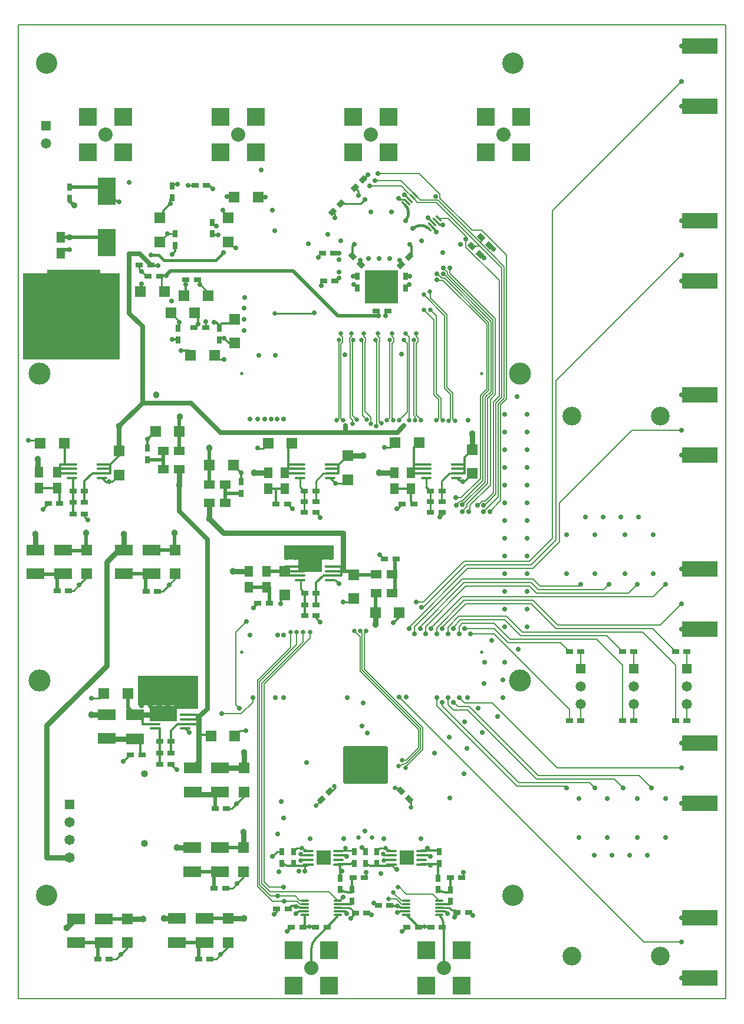
<source format=gbl>
G04 Layer_Physical_Order=4*
G04 Layer_Color=16711680*
%FSLAX25Y25*%
%MOIN*%
G70*
G01*
G75*
%ADD11C,0.01400*%
%ADD12C,0.01000*%
%ADD13C,0.01500*%
%ADD16C,0.00900*%
G04:AMPARAMS|DCode=17|XSize=40mil|YSize=30mil|CornerRadius=0mil|HoleSize=0mil|Usage=FLASHONLY|Rotation=225.000|XOffset=0mil|YOffset=0mil|HoleType=Round|Shape=Rectangle|*
%AMROTATEDRECTD17*
4,1,4,0.00354,0.02475,0.02475,0.00354,-0.00354,-0.02475,-0.02475,-0.00354,0.00354,0.02475,0.0*
%
%ADD17ROTATEDRECTD17*%

%ADD18R,0.06000X0.01500*%
%ADD19O,0.06000X0.01500*%
%ADD20R,0.03000X0.04000*%
%ADD21R,0.06000X0.05000*%
%ADD22R,0.06000X0.06000*%
G04:AMPARAMS|DCode=23|XSize=40mil|YSize=30mil|CornerRadius=0mil|HoleSize=0mil|Usage=FLASHONLY|Rotation=135.000|XOffset=0mil|YOffset=0mil|HoleType=Round|Shape=Rectangle|*
%AMROTATEDRECTD23*
4,1,4,0.02475,-0.00354,0.00354,-0.02475,-0.02475,0.00354,-0.00354,0.02475,0.02475,-0.00354,0.0*
%
%ADD23ROTATEDRECTD23*%

%ADD24R,0.04000X0.03000*%
%ADD26R,0.18504X0.18504*%
%ADD28R,0.06000X0.06000*%
%ADD29R,0.20000X0.09000*%
%ADD46R,0.30000X0.30000*%
%ADD48C,0.00800*%
%ADD49C,0.00600*%
%ADD50C,0.02000*%
%ADD51C,0.01200*%
%ADD53C,0.02800*%
%ADD54R,0.13500X0.07500*%
%ADD55R,0.28500X0.08000*%
%ADD57R,0.55000X0.49000*%
%ADD59C,0.12500*%
%ADD60C,0.02000*%
%ADD61R,0.10000X0.10000*%
%ADD62C,0.08000*%
%ADD63C,0.12000*%
%ADD64C,0.05800*%
%ADD65R,0.05800X0.05800*%
%ADD66C,0.10600*%
G04:AMPARAMS|DCode=67|XSize=212.99mil|YSize=253.94mil|CornerRadius=10.65mil|HoleSize=0mil|Usage=FLASHONLY|Rotation=90.000|XOffset=0mil|YOffset=0mil|HoleType=Round|Shape=RoundedRectangle|*
%AMROUNDEDRECTD67*
21,1,0.21299,0.23264,0,0,90.0*
21,1,0.19169,0.25394,0,0,90.0*
1,1,0.02130,0.11632,0.09585*
1,1,0.02130,0.11632,-0.09585*
1,1,0.02130,-0.11632,-0.09585*
1,1,0.02130,-0.11632,0.09585*
%
%ADD67ROUNDEDRECTD67*%
%ADD68C,0.04000*%
%ADD69C,0.02800*%
%ADD70C,0.02600*%
%ADD71C,0.03800*%
%ADD72C,0.03500*%
%ADD95C,0.01200*%
%ADD96C,0.00900*%
%ADD97R,0.10000X0.06000*%
%ADD98O,0.04724X0.01181*%
%ADD99R,0.04724X0.01181*%
%ADD100R,0.05000X0.06000*%
G04:AMPARAMS|DCode=101|XSize=47.24mil|YSize=11.81mil|CornerRadius=0mil|HoleSize=0mil|Usage=FLASHONLY|Rotation=315.000|XOffset=0mil|YOffset=0mil|HoleType=Round|Shape=Round|*
%AMOVALD101*
21,1,0.03543,0.01181,0.00000,0.00000,315.0*
1,1,0.01181,-0.01253,0.01253*
1,1,0.01181,0.01253,-0.01253*
%
%ADD101OVALD101*%

G04:AMPARAMS|DCode=102|XSize=47.24mil|YSize=11.81mil|CornerRadius=0mil|HoleSize=0mil|Usage=FLASHONLY|Rotation=315.000|XOffset=0mil|YOffset=0mil|HoleType=Round|Shape=Rectangle|*
%AMROTATEDRECTD102*
4,1,4,-0.02088,0.01253,-0.01253,0.02088,0.02088,-0.01253,0.01253,-0.02088,-0.02088,0.01253,0.0*
%
%ADD102ROTATEDRECTD102*%

%ADD103R,0.08100X0.08100*%
%ADD104R,0.10000X0.15400*%
%ADD105C,0.03000*%
%ADD106R,0.12000X0.19000*%
%ADD107R,0.22500X0.17000*%
%ADD108R,0.15500X0.08500*%
D11*
X162882Y75300D02*
G03*
X163838Y75696I-0J1352D01*
G01*
X162882Y75300D02*
G03*
X163838Y75696I-0J1352D01*
G01*
X162882Y75300D02*
G03*
X163838Y75696I-0J1352D01*
G01*
X162882Y75300D02*
G03*
X163838Y75696I-0J1352D01*
G01*
X162882Y75300D02*
G03*
X163838Y75696I-0J1352D01*
G01*
X162882Y75300D02*
G03*
X163838Y75696I-0J1352D01*
G01*
X149574Y76195D02*
G03*
X150458Y75996I884J1863D01*
G01*
X149574Y76195D02*
G03*
X151774Y75300I2200J2256D01*
G01*
X149574Y76195D02*
G03*
X151774Y75300I2200J2256D01*
G01*
X149574Y76195D02*
G03*
X150458Y75996I884J1863D01*
G01*
X149574Y76195D02*
G03*
X150458Y75996I884J1863D01*
G01*
X149574Y76195D02*
G03*
X150458Y75996I884J1863D01*
G01*
X162882Y75300D02*
G03*
X163838Y75696I-0J1352D01*
G01*
X162882Y75300D02*
G03*
X163838Y75696I-0J1352D01*
G01*
X149574Y76195D02*
G03*
X151774Y75300I2200J2256D01*
G01*
X149574Y76195D02*
G03*
X151774Y75300I2200J2256D01*
G01*
X149574Y76195D02*
G03*
X151774Y75300I2200J2256D01*
G01*
X149546Y76223D02*
G03*
X149574Y76195I2228J2228D01*
G01*
X149546Y76223D02*
G03*
X149574Y76195I2228J2228D01*
G01*
X149546Y76223D02*
G03*
X149574Y76195I2228J2228D01*
G01*
X149546Y76223D02*
G03*
X149574Y76195I2228J2228D01*
G01*
X149546Y76223D02*
G03*
X149574Y76195I2228J2228D01*
G01*
X149546Y76223D02*
G03*
X149574Y76195I2228J2228D01*
G01*
X149000Y76600D02*
G03*
X149574Y76195I1458J1458D01*
G01*
X149000Y76600D02*
G03*
X149574Y76195I1458J1458D01*
G01*
X149000Y76600D02*
G03*
X149574Y76195I1458J1458D01*
G01*
X149546Y76223D02*
G03*
X149574Y76195I2228J2228D01*
G01*
X149546Y76223D02*
G03*
X149574Y76195I2228J2228D01*
G01*
X149000Y76600D02*
G03*
X149574Y76195I1458J1458D01*
G01*
X149574D02*
G03*
X151774Y75300I2200J2256D01*
G01*
X149574Y76195D02*
G03*
X151774Y75300I2200J2256D01*
G01*
X149574Y76195D02*
G03*
X151774Y75300I2200J2256D01*
G01*
X149574Y76195D02*
G03*
X150458Y75996I884J1863D01*
G01*
X149574Y76195D02*
G03*
X150458Y75996I884J1863D01*
G01*
X149574Y76195D02*
G03*
X150458Y75996I884J1863D01*
G01*
X149000Y76600D02*
G03*
X149574Y76195I1458J1458D01*
G01*
X149000Y76600D02*
G03*
X149574Y76195I1458J1458D01*
G01*
X149000Y76600D02*
G03*
X149574Y76195I1458J1458D01*
G01*
X149574Y76195D02*
G03*
X150458Y75996I884J1863D01*
G01*
X149000Y76600D02*
G03*
X149574Y76195I1458J1458D01*
G01*
X210082Y75200D02*
G03*
X211038Y75596I-0J1352D01*
G01*
X210082Y75200D02*
G03*
X211038Y75596I-0J1352D01*
G01*
X210082Y75200D02*
G03*
X211038Y75596I-0J1352D01*
G01*
X210082Y75200D02*
G03*
X211038Y75596I-0J1352D01*
G01*
X210082Y75200D02*
G03*
X211038Y75596I-0J1352D01*
G01*
X210082Y75200D02*
G03*
X211038Y75596I-0J1352D01*
G01*
X210082Y75200D02*
G03*
X211038Y75596I-0J1352D01*
G01*
X210082Y75200D02*
G03*
X211038Y75596I-0J1352D01*
G01*
X196746Y76123D02*
G03*
X198974Y75200I2228J2228D01*
G01*
X196746Y76123D02*
G03*
X198974Y75200I2228J2228D01*
G01*
X196746Y76123D02*
G03*
X198974Y75200I2228J2228D01*
G01*
X196746Y76123D02*
G03*
X198974Y75200I2228J2228D01*
G01*
X196746Y76123D02*
G03*
X198974Y75200I2228J2228D01*
G01*
X196746Y76123D02*
G03*
X198974Y75200I2228J2228D01*
G01*
X196746Y76123D02*
G03*
X198974Y75200I2228J2228D01*
G01*
X196746Y76123D02*
G03*
X198974Y75200I2228J2228D01*
G01*
X237984Y76524D02*
G03*
X237986Y76525I-1276J1279D01*
G01*
X237984Y76524D02*
G03*
X237986Y76525I-1276J1279D01*
G01*
X237984Y76524D02*
G03*
X237986Y76525I-1276J1279D01*
G01*
X237984Y76524D02*
G03*
X237986Y76525I-1276J1279D01*
G01*
X237984Y76524D02*
G03*
X237986Y76525I-1276J1279D01*
G01*
X237984Y76524D02*
G03*
X237986Y76525I-1276J1279D01*
G01*
X237984Y76524D02*
G03*
X237986Y76525I-1276J1279D01*
G01*
X237984Y76524D02*
G03*
X237986Y76525I-1276J1279D01*
G01*
X237984Y76524D02*
G03*
X237885Y76282I245J-241D01*
G01*
X237984Y76524D02*
G03*
X237885Y76282I245J-241D01*
G01*
X237984Y76524D02*
G03*
X237885Y76282I245J-241D01*
G01*
X237984Y76524D02*
G03*
X237885Y76282I245J-241D01*
G01*
X237984Y76524D02*
G03*
X237885Y76282I245J-241D01*
G01*
X237285Y76091D02*
G03*
X237984Y76524I-577J1712D01*
G01*
X237984D02*
G03*
X237885Y76282I245J-241D01*
G01*
X237984Y76524D02*
G03*
X237885Y76282I245J-241D01*
G01*
X237984Y76524D02*
G03*
X237885Y76282I245J-241D01*
G01*
X237285Y76091D02*
G03*
X237984Y76524I-577J1712D01*
G01*
X237285Y76091D02*
G03*
X237984Y76524I-577J1712D01*
G01*
X237285Y76091D02*
G03*
X237984Y76524I-577J1712D01*
G01*
X237285Y76091D02*
G03*
X237984Y76524I-577J1712D01*
G01*
X237285Y76091D02*
G03*
X237984Y76524I-577J1712D01*
G01*
X237285Y76091D02*
G03*
X237984Y76524I-577J1712D01*
G01*
X237285Y76091D02*
G03*
X237984Y76524I-577J1712D01*
G01*
X236708Y75996D02*
G03*
X237285Y76091I-0J1807D01*
G01*
X236708Y75996D02*
G03*
X237285Y76091I-0J1807D01*
G01*
X236708Y75996D02*
G03*
X237285Y76091I-0J1807D01*
G01*
X236708Y75996D02*
G03*
X237285Y76091I-0J1807D01*
G01*
X236708Y75996D02*
G03*
X237285Y76091I-0J1807D01*
G01*
X236708Y75996D02*
G03*
X237285Y76091I-0J1807D01*
G01*
X236708Y75996D02*
G03*
X237285Y76091I-0J1807D01*
G01*
X236708Y75996D02*
G03*
X237285Y76091I0J1807D01*
G01*
X160933Y40694D02*
G03*
X161933Y43109I-2415J2415D01*
G01*
X160933Y40695D02*
G03*
X161933Y43109I-2415J2415D01*
G01*
X160933Y40695D02*
G03*
X161933Y43109I-2415J2415D01*
G01*
X160933Y40695D02*
G03*
X161933Y43109I-2415J2415D01*
G01*
X182047Y73296D02*
G03*
X180929Y75996I-3818J0D01*
G01*
X182047Y73296D02*
G03*
X180929Y75996I-3818J0D01*
G01*
X182047Y73296D02*
G03*
X180929Y75996I-3818J0D01*
G01*
X182047Y73296D02*
G03*
X180929Y75996I-3818J0D01*
G01*
X187228Y75996D02*
G03*
X188858Y77034I-0J1799D01*
G01*
X187228Y75996D02*
G03*
X188858Y77034I-0J1799D01*
G01*
X187228Y75996D02*
G03*
X188858Y77034I0J1799D01*
G01*
X187228Y75996D02*
G03*
X188858Y77034I-0J1799D01*
G01*
X237285Y61783D02*
G03*
X241117Y60196I3832J3832D01*
G01*
X237285Y61783D02*
G03*
X241117Y60196I3832J3832D01*
G01*
X237285Y61783D02*
G03*
X241117Y60196I3832J3832D01*
G01*
X237285Y61783D02*
G03*
X241117Y60196I3832J3832D01*
G01*
X244332Y68221D02*
G03*
X244183Y68580I-508J-0D01*
G01*
X244332Y68221D02*
G03*
X244183Y68580I-508J-0D01*
G01*
X244332Y68221D02*
G03*
X244183Y68580I-508J0D01*
G01*
X244332Y68221D02*
G03*
X244183Y68580I-508J-0D01*
G01*
X244332Y68221D02*
G03*
X244183Y68580I-508J-0D01*
G01*
X244332Y68221D02*
G03*
X244183Y68580I-508J-0D01*
G01*
X244332Y68221D02*
G03*
X244183Y68580I-508J-0D01*
G01*
X244332Y68221D02*
G03*
X244183Y68580I-508J-0D01*
G01*
X237285Y61783D02*
G03*
X241117Y60196I3832J3832D01*
G01*
X237285Y61783D02*
G03*
X241117Y60196I3832J3832D01*
G01*
X237285Y61783D02*
G03*
X241117Y60196I3832J3832D01*
G01*
X237285Y61783D02*
G03*
X241117Y60196I3832J3832D01*
G01*
X189183Y68613D02*
G03*
X188587Y67172I1441J-1441D01*
G01*
X182047Y61887D02*
G03*
X185980Y60258I3933J3933D01*
G01*
X187228Y75996D02*
G03*
X188858Y77034I-0J1799D01*
G01*
X187228Y75996D02*
G03*
X188858Y77034I-0J1799D01*
G01*
X187228Y75996D02*
G03*
X188858Y77034I-0J1799D01*
G01*
X187228Y75996D02*
G03*
X188858Y77034I-0J1799D01*
G01*
X182047Y73296D02*
G03*
X180929Y75996I-3818J0D01*
G01*
X182047Y73296D02*
G03*
X180929Y75996I-3818J0D01*
G01*
X182047Y73296D02*
G03*
X180929Y75996I-3818J0D01*
G01*
X182047Y73296D02*
G03*
X180929Y75996I-3818J0D01*
G01*
X240500Y41339D02*
G03*
X238109Y47408I-8900J-0D01*
G01*
X180016Y46139D02*
G03*
X180626Y47448I-1492J1492D01*
G01*
X168429Y34553D02*
G03*
X165500Y27481I7071J-7071D01*
G01*
X160933Y40695D02*
G03*
X161933Y43109I-2415J2415D01*
G01*
X160933Y40695D02*
G03*
X161933Y43109I-2415J2415D01*
G01*
X160933Y40695D02*
G03*
X161933Y43109I-2415J2415D01*
G01*
X160933Y40695D02*
G03*
X161933Y43109I-2415J2415D01*
G01*
X232852Y80600D02*
G03*
X231607Y81116I-1246J-1246D01*
G01*
X185714Y80504D02*
G03*
X184468Y81020I-1246J-1246D01*
G01*
X151774Y75300D02*
X162882D01*
X198974Y75200D02*
X210082D01*
X237285Y76091D02*
Y76282D01*
Y68283D02*
Y76091D01*
X228038Y75996D02*
X236500D01*
X206824Y78556D02*
X211038D01*
X228038Y83676D02*
X236415D01*
X23500Y297500D02*
Y299340D01*
X21900Y296780D02*
X30400D01*
X26300Y301900D02*
X30400D01*
X23500D02*
X26300D01*
Y313500D01*
X23500Y299340D02*
X30400D01*
X23500D02*
Y301900D01*
X21900Y297500D02*
X23500D01*
X21900Y296780D02*
Y297500D01*
X25900Y313900D02*
X26300Y313500D01*
X21900Y288500D02*
X23400Y287000D01*
Y279800D02*
Y287000D01*
X11600Y288500D02*
X21900D01*
X30900Y286900D02*
Y293720D01*
Y280400D02*
Y286900D01*
Y273900D02*
Y280400D01*
X37400Y286900D02*
Y292400D01*
Y280400D02*
Y286900D01*
Y292400D02*
X41780Y296780D01*
X47400D01*
X56900Y306800D02*
Y309400D01*
X52000Y301900D02*
X56900Y306800D01*
X47400Y299340D02*
X52000D01*
Y301900D01*
Y296780D02*
Y299340D01*
X47400Y301900D02*
X52000D01*
X47400Y296780D02*
X52000D01*
X160933Y40695D02*
X168071D01*
X161933Y43109D02*
Y47600D01*
X226126Y40695D02*
X233220D01*
X180929Y75996D02*
X187228D01*
X185980Y60258D02*
X188587D01*
Y67172D01*
X241117Y60196D02*
X244332D01*
Y68221D01*
X228038Y81116D02*
X231607D01*
X180900Y81020D02*
X184468D01*
X165500Y18100D02*
Y27482D01*
X174488Y40612D02*
X180016Y46140D01*
X182047Y68387D02*
Y73296D01*
X219193Y47628D02*
X226126Y40695D01*
X168429Y34553D02*
X174488Y40612D01*
X240500Y18100D02*
Y41339D01*
D12*
X160424Y85076D02*
G03*
X163804Y83676I3380J3380D01*
G01*
X160424Y85076D02*
G03*
X163804Y83676I3380J3380D01*
G01*
X160424Y85076D02*
G03*
X163804Y83676I3380J3380D01*
G01*
X160424Y85076D02*
G03*
X163804Y83676I3380J3380D01*
G01*
X160424Y85076D02*
G03*
X163804Y83676I3380J3380D01*
G01*
X160424Y85076D02*
G03*
X163804Y83676I3380J3380D01*
G01*
X160424Y85076D02*
G03*
X163804Y83676I3380J3380D01*
G01*
X160424Y85076D02*
G03*
X163804Y83676I3380J3380D01*
G01*
X155851Y83706D02*
G03*
X155850Y83705I606J-606D01*
G01*
X155851Y83706D02*
G03*
X155850Y83705I606J-606D01*
G01*
X155851Y83706D02*
G03*
X155850Y83705I606J-606D01*
G01*
X155851Y83706D02*
G03*
X155850Y83705I606J-606D01*
G01*
X155851Y83706D02*
G03*
X155850Y83705I606J-606D01*
G01*
X155851Y83706D02*
G03*
X155850Y83705I606J-606D01*
G01*
X155851Y83706D02*
G03*
X155850Y83705I606J-606D01*
G01*
X155851Y83706D02*
G03*
X155850Y83705I606J-606D01*
G01*
X155850Y83705D02*
G03*
X155600Y83100I607J-605D01*
G01*
X207524Y85076D02*
G03*
X210904Y83676I3380J3380D01*
G01*
X207524Y85076D02*
G03*
X210904Y83676I3380J3380D01*
G01*
X207524Y85076D02*
G03*
X210904Y83676I3380J3380D01*
G01*
X207524Y85076D02*
G03*
X210904Y83676I3380J3380D01*
G01*
X207524Y85076D02*
G03*
X210904Y83676I3380J3380D01*
G01*
X207524Y85076D02*
G03*
X210904Y83676I3380J3380D01*
G01*
X207524Y85076D02*
G03*
X210904Y83676I3380J3380D01*
G01*
X207524Y85076D02*
G03*
X210904Y83676I3380J3380D01*
G01*
X202877Y83629D02*
G03*
X202876Y83628I606J-606D01*
G01*
X202877Y83629D02*
G03*
X202876Y83628I606J-606D01*
G01*
X202877Y83629D02*
G03*
X202876Y83628I606J-606D01*
G01*
X202877Y83629D02*
G03*
X202876Y83628I606J-606D01*
G01*
X202877Y83629D02*
G03*
X202876Y83628I606J-606D01*
G01*
X202877Y83629D02*
G03*
X202876Y83628I606J-606D01*
G01*
X202877Y83629D02*
G03*
X202876Y83628I606J-606D01*
G01*
X202877Y83629D02*
G03*
X202876Y83628I606J-606D01*
G01*
X202876Y83628D02*
G03*
X202626Y83023I607J-605D01*
G01*
X237986Y83025D02*
G03*
X236415Y83676I-1571J-1571D01*
G01*
X180929Y83676D02*
X188847D01*
X163804D02*
X163938D01*
X157224Y85076D02*
X160424D01*
X155850Y83705D02*
X155851Y83706D01*
X159100Y81800D02*
X159880Y81020D01*
X210904Y83676D02*
X211038D01*
X204324Y85076D02*
X207524D01*
X183500Y224000D02*
X187480D01*
X189500Y226020D01*
X176890Y117073D02*
X179116Y119300D01*
X175993Y117073D02*
X176890D01*
X168800Y109880D02*
X171397Y112477D01*
X221800Y108000D02*
Y111880D01*
X220769Y112911D02*
X221800Y111880D01*
X214380Y119300D02*
X216173Y117507D01*
X213000Y119300D02*
X214380D01*
X202876Y83628D02*
X204324Y85076D01*
X206980Y81020D02*
X211000D01*
X206200Y81800D02*
X206980Y81020D01*
X155851Y83706D02*
X157298Y85153D01*
X159880Y81020D02*
X163900D01*
X152100Y279520D02*
X154800Y276820D01*
Y276700D02*
Y276820D01*
X176300Y294220D02*
X179320Y291200D01*
X184080D01*
X186100Y293220D01*
X210180Y311400D02*
X213000Y314220D01*
X206900Y311400D02*
X210180D01*
X247500Y294220D02*
X247780D01*
X249300Y292700D01*
X252480D02*
X256500Y296720D01*
X214080Y276700D02*
X217000Y279620D01*
X213800Y276700D02*
X214080D01*
X238100Y272180D02*
X238380D01*
X168100Y274720D02*
X170600Y272220D01*
Y271700D02*
Y272220D01*
X205500Y248500D02*
X206900D01*
X176300Y236520D02*
X179080D01*
X181100Y234500D01*
X215400Y216100D02*
Y218100D01*
X212000Y212500D02*
X215600Y216100D01*
X135400Y223500D02*
Y223620D01*
X132800Y220900D02*
X135400Y223500D01*
X148100Y223100D02*
Y225120D01*
X168400Y215200D02*
Y216120D01*
Y215200D02*
X170700Y212900D01*
X78700Y230249D02*
X81449D01*
X85100Y233900D01*
X88700Y237500D02*
Y240110D01*
X85100Y233900D02*
X88700Y237500D01*
X28400Y230610D02*
X31110D01*
X34200Y233700D01*
X38700Y238200D02*
Y240110D01*
X34200Y233700D02*
X38700Y238200D01*
X37400Y272600D02*
Y273900D01*
Y272600D02*
X39400Y270600D01*
X13800Y276700D02*
X16900Y279800D01*
X13800Y276500D02*
Y276700D01*
X47400Y294220D02*
X49700Y291920D01*
X51120D01*
X51200Y292000D01*
X53000D01*
X56900Y295900D01*
X10800Y315500D02*
X12400Y313900D01*
X5600Y315500D02*
X10800D01*
X45800Y169900D02*
X48300Y172400D01*
X41100Y169900D02*
X45800D01*
X62800Y137800D02*
X63300D01*
X59100Y134100D02*
X62800Y137800D01*
X122300Y148600D02*
X125300Y151600D01*
X117600Y107600D02*
X120500D01*
X123100Y110200D01*
X127500Y114600D02*
Y116900D01*
X123100Y110200D02*
X127500Y114600D01*
X117100Y62600D02*
X121200D01*
X123700Y65100D01*
X127400Y68800D02*
Y71900D01*
X123700Y65100D02*
X127400Y68800D01*
X108400Y22600D02*
X111800D01*
X114300Y25100D01*
X118700Y29500D02*
Y31900D01*
X114300Y25100D02*
X118700Y29500D01*
X51300Y22500D02*
X55300D01*
X57900Y25100D01*
X61600Y28800D02*
Y31800D01*
X57900Y25100D02*
X61600Y28800D01*
X135300Y311140D02*
X135700Y310740D01*
X138120D01*
X141100Y313720D01*
X125300Y151600D02*
X128500D01*
X72600Y169900D02*
X77300D01*
X79800Y172400D01*
X115500Y445500D02*
X117500Y442200D01*
X148100Y225120D02*
X151000Y228020D01*
X204400Y250700D02*
X206600Y248500D01*
X238380Y272180D02*
X240800Y274600D01*
X249300Y292700D02*
X252480D01*
D13*
X218880Y439574D02*
G03*
X218575Y448478I-4605J4299D01*
G01*
X231771Y435226D02*
G03*
X223148Y434961I-4179J-4444D01*
G01*
X117500Y442200D02*
X118600Y441100D01*
X111500Y417000D02*
X116000Y421500D01*
X75000Y420000D02*
X79400D01*
X82400Y417000D02*
X111500D01*
X79400Y420000D02*
X82400Y417000D01*
D16*
X218237Y454536D02*
G03*
X218311Y454357I255J0D01*
G01*
X191988Y454156D02*
G03*
X192063Y454336I-180J180D01*
G01*
X127700Y396400D02*
G03*
X127949Y396297I249J249D01*
G01*
X218311Y454356D02*
G03*
X218312Y454356I181J180D01*
G01*
X218311Y454356D02*
G03*
X218312Y454356I181J180D01*
G01*
X218311Y454356D02*
G03*
X218312Y454356I181J180D01*
G01*
X218311Y454356D02*
G03*
X218312Y454356I181J180D01*
G01*
X218311Y454356D02*
G03*
X218312Y454356I181J180D01*
G01*
X218311Y454356D02*
G03*
X218312Y454356I181J180D01*
G01*
X218311Y454356D02*
G03*
X218312Y454356I181J180D01*
G01*
X218311Y454356D02*
G03*
X218312Y454356I181J180D01*
G01*
X231622Y441231D02*
G03*
X231621Y441231I-180J-180D01*
G01*
X231622Y441231D02*
G03*
X231621Y441231I-180J-180D01*
G01*
X231621Y441231D02*
G03*
X231442Y441305I-180J-181D01*
G01*
X231622Y441231D02*
G03*
X231621Y441231I-180J-180D01*
G01*
X231622Y441231D02*
G03*
X231621Y441231I-180J-180D01*
G01*
X231622Y441231D02*
G03*
X231621Y441231I-180J-180D01*
G01*
X231622Y441231D02*
G03*
X231621Y441231I-180J-180D01*
G01*
X231622Y441231D02*
G03*
X231621Y441231I-180J-180D01*
G01*
X231622Y441231D02*
G03*
X231621Y441231I-180J-180D01*
G01*
X162000Y72000D02*
Y74418D01*
X211038Y75596D02*
X213634Y73000D01*
X214000D01*
X181000Y301900D02*
X181280D01*
X159500Y231520D02*
Y236540D01*
X161600Y280720D02*
Y286720D01*
Y274720D02*
Y280720D01*
X168100Y286720D02*
Y292600D01*
Y280720D02*
Y286720D01*
Y292600D02*
X172280Y296780D01*
X176300D01*
X246500Y46000D02*
Y46380D01*
X188000Y45500D02*
Y45880D01*
X190493Y48373D01*
X255827Y48173D02*
X257000Y47000D01*
X145007Y48227D02*
X146180Y49400D01*
X198320Y48546D02*
X199493Y47373D01*
X201000Y54000D02*
X202173Y52827D01*
X203507D01*
X187329Y51537D02*
X190493Y48373D01*
X180600Y51537D02*
X187329D01*
X246966Y50000D02*
X247993Y48973D01*
X245000Y50000D02*
X246966D01*
X243463Y51537D02*
X245000Y50000D01*
X237800Y51537D02*
X243463D01*
X250600Y68500D02*
X251500Y69400D01*
Y71400D01*
X151800Y38000D02*
X154400Y40600D01*
X217000Y38000D02*
X219600Y40600D01*
X196500Y69500D02*
Y71500D01*
X195600Y68600D02*
X196500Y69500D01*
X86200Y387400D02*
X91000Y382600D01*
Y382000D02*
Y382600D01*
X105800Y382300D02*
X106000Y382500D01*
X105800Y379000D02*
Y382300D01*
X93700Y397300D02*
X94700Y398300D01*
X102600Y403600D02*
X107200Y399000D01*
Y397300D02*
Y399000D01*
X69700Y410900D02*
X72500Y408100D01*
X73400D01*
X68400Y412200D02*
X69700Y410900D01*
X68400Y412200D02*
Y414500D01*
X102600Y403600D02*
Y404900D01*
X101200Y406300D02*
X102600Y404900D01*
X94700Y404200D02*
Y406300D01*
X122200Y424000D02*
X123000D01*
X118600Y427600D02*
X122200Y424000D01*
X79800Y427600D02*
X84349Y432149D01*
X88690D01*
X96000Y459500D02*
X99900D01*
X88000Y460000D02*
X90000D01*
X87000Y459000D02*
X88000Y460000D01*
X159500Y231520D02*
X161900Y229120D01*
X159100Y289220D02*
X161600Y286720D01*
X159100Y289220D02*
Y294040D01*
X230500Y289220D02*
X233000Y286720D01*
X230500Y289220D02*
Y294040D01*
X23800Y421200D02*
X25800D01*
X118000Y453000D02*
X118279Y452721D01*
X121987D01*
X119900Y381500D02*
X122300Y383900D01*
X116400Y373000D02*
X119000Y370400D01*
X122300D01*
X194800Y462800D02*
X197600Y465600D01*
X177604Y444504D02*
X178825Y443282D01*
Y441020D02*
Y443282D01*
X190204Y458204D02*
X192388Y456019D01*
Y453956D02*
Y456019D01*
X215562Y451638D02*
X218246D01*
X215000Y452200D02*
X215562Y451638D01*
X218246D02*
X219992Y449892D01*
X243480Y296780D02*
X247500D01*
X239300Y292600D02*
X243480Y296780D01*
X239300Y280720D02*
Y292600D01*
X230300Y289040D02*
X232800Y286540D01*
Y274540D02*
Y280540D01*
Y286540D01*
X69000Y403100D02*
X69700Y403800D01*
X69000Y399500D02*
Y403100D01*
X110900Y363500D02*
X113400Y361000D01*
X116100D01*
X218312Y454356D02*
X221384Y451284D01*
X218311Y454356D02*
X218312Y454356D01*
X246500Y46380D02*
X248993Y48873D01*
X231622Y441231D02*
X234694Y438159D01*
X231621Y441231D02*
X231621Y441231D01*
X231622Y441231D01*
X56000Y450000D02*
X57000D01*
X50000Y456000D02*
X56000Y450000D01*
X146100Y83100D02*
X147500D01*
X143500Y80500D02*
X146100Y83100D01*
X80900Y399400D02*
Y407100D01*
X167069Y387200D02*
X167326Y387457D01*
X145000Y387200D02*
X167069D01*
X193700Y449100D02*
X196000Y451400D01*
X182200Y449100D02*
X193700D01*
X146180Y49400D02*
Y50734D01*
X196986Y48546D02*
X198320D01*
X254493Y48173D02*
X255827D01*
D17*
X175993Y117073D02*
D03*
X171397Y112477D02*
D03*
X182200Y449100D02*
D03*
X177604Y444504D02*
D03*
X194800Y462800D02*
D03*
X190204Y458204D02*
D03*
X220786Y419045D02*
D03*
X216190Y414449D02*
D03*
D18*
X47400Y301900D02*
D03*
X247500D02*
D03*
X176300D02*
D03*
X94300Y160400D02*
D03*
X176300Y244200D02*
D03*
X163900Y75900D02*
D03*
X211000D02*
D03*
D19*
X47400Y299340D02*
D03*
Y296780D02*
D03*
X30400Y301900D02*
D03*
Y299340D02*
D03*
Y296780D02*
D03*
X47400Y294220D02*
D03*
X30400D02*
D03*
X247500Y299340D02*
D03*
Y296780D02*
D03*
X230500Y301900D02*
D03*
Y299340D02*
D03*
Y296780D02*
D03*
X247500Y294220D02*
D03*
X230500D02*
D03*
X176300Y299340D02*
D03*
Y296780D02*
D03*
X159300Y301900D02*
D03*
Y299340D02*
D03*
Y296780D02*
D03*
X176300Y294220D02*
D03*
X159300D02*
D03*
X94300Y157840D02*
D03*
Y155280D02*
D03*
X77300Y160400D02*
D03*
Y157840D02*
D03*
Y155280D02*
D03*
X94300Y152720D02*
D03*
X77300D02*
D03*
X176300Y241640D02*
D03*
Y239080D02*
D03*
X159300Y244200D02*
D03*
Y241640D02*
D03*
Y239080D02*
D03*
X176300Y236520D02*
D03*
X159300D02*
D03*
X180900Y83580D02*
D03*
X163900D02*
D03*
X180900Y81020D02*
D03*
Y78460D02*
D03*
Y75900D02*
D03*
X163900Y81020D02*
D03*
Y78460D02*
D03*
X228000Y83580D02*
D03*
X211000D02*
D03*
X228000Y81020D02*
D03*
Y78460D02*
D03*
Y75900D02*
D03*
X211000Y81020D02*
D03*
Y78460D02*
D03*
D20*
X88690Y425649D02*
D03*
Y432149D02*
D03*
X109590D02*
D03*
Y438649D02*
D03*
X87000Y452500D02*
D03*
Y459000D02*
D03*
X113700Y378800D02*
D03*
Y372300D02*
D03*
X90300D02*
D03*
Y378800D02*
D03*
X73000Y304500D02*
D03*
Y311000D02*
D03*
X126000Y285500D02*
D03*
Y292000D02*
D03*
X196200Y76500D02*
D03*
Y83000D02*
D03*
X237900D02*
D03*
Y76500D02*
D03*
X237200Y68200D02*
D03*
Y61700D02*
D03*
X244300Y61600D02*
D03*
Y55100D02*
D03*
X182000Y68300D02*
D03*
Y61800D02*
D03*
X188500Y61700D02*
D03*
Y55200D02*
D03*
X190000Y83000D02*
D03*
Y76500D02*
D03*
X155600Y83100D02*
D03*
Y76600D02*
D03*
X202600Y83000D02*
D03*
Y76500D02*
D03*
X149000Y76600D02*
D03*
Y83100D02*
D03*
X218910Y401551D02*
D03*
Y408051D02*
D03*
X191590Y401551D02*
D03*
Y408051D02*
D03*
X29000Y458500D02*
D03*
Y452000D02*
D03*
D21*
X202100Y229000D02*
D03*
X211100D02*
D03*
X211400Y239800D02*
D03*
X202400D02*
D03*
X91000Y309500D02*
D03*
X82000D02*
D03*
Y299000D02*
D03*
X91000D02*
D03*
X108000Y290500D02*
D03*
X117000D02*
D03*
Y280000D02*
D03*
X108000D02*
D03*
D22*
X99700Y387400D02*
D03*
X86200D02*
D03*
X110900Y363500D02*
D03*
X97400D02*
D03*
X215400Y218100D02*
D03*
X201900D02*
D03*
X12400Y313900D02*
D03*
X25900D02*
D03*
X135487Y452721D02*
D03*
X121987D02*
D03*
X77500Y320500D02*
D03*
X91000D02*
D03*
X121500Y301500D02*
D03*
X108000D02*
D03*
X141100Y313720D02*
D03*
X154600D02*
D03*
X213000Y314220D02*
D03*
X226500D02*
D03*
X48300Y172400D02*
D03*
X61800D02*
D03*
X122300Y148600D02*
D03*
X108800D02*
D03*
X69000Y399500D02*
D03*
X82500D02*
D03*
X107200Y397300D02*
D03*
X93700D02*
D03*
D23*
X256390Y425249D02*
D03*
X260986Y420653D02*
D03*
X261610Y430251D02*
D03*
X266206Y425655D02*
D03*
X216173Y117507D02*
D03*
X220769Y112911D02*
D03*
X193447Y414794D02*
D03*
X188851Y419390D02*
D03*
D24*
X21900Y230610D02*
D03*
X28400D02*
D03*
X72200Y230249D02*
D03*
X78700D02*
D03*
X247993Y48973D02*
D03*
X254493D02*
D03*
X210007Y52827D02*
D03*
X203507D02*
D03*
X190493Y48373D02*
D03*
X196993D02*
D03*
X152507Y50727D02*
D03*
X146007D02*
D03*
X99300Y379000D02*
D03*
X105800D02*
D03*
X79900Y408100D02*
D03*
X73400D02*
D03*
X106400Y459500D02*
D03*
X99900D02*
D03*
X74900Y414500D02*
D03*
X68400D02*
D03*
X213500Y248500D02*
D03*
X207000D02*
D03*
X30900Y280400D02*
D03*
X37400D02*
D03*
Y273900D02*
D03*
X30900D02*
D03*
X23400Y279800D02*
D03*
X16900D02*
D03*
X37400Y286900D02*
D03*
X30900D02*
D03*
X239500Y274720D02*
D03*
X233000D02*
D03*
X239500Y286720D02*
D03*
X233000D02*
D03*
Y280720D02*
D03*
X239500D02*
D03*
X110600Y62600D02*
D03*
X117100D02*
D03*
X44800Y22500D02*
D03*
X51300D02*
D03*
X101900Y22600D02*
D03*
X108400D02*
D03*
X111100Y107600D02*
D03*
X117600D02*
D03*
X161600Y280720D02*
D03*
X168100D02*
D03*
Y286720D02*
D03*
X161600D02*
D03*
X168100Y274720D02*
D03*
X161600D02*
D03*
X145600Y279520D02*
D03*
X152100D02*
D03*
X223500Y279620D02*
D03*
X217000D02*
D03*
X86300Y145400D02*
D03*
X79800D02*
D03*
Y138900D02*
D03*
X86300D02*
D03*
X69800Y137800D02*
D03*
X63300D02*
D03*
X86300Y132400D02*
D03*
X79800D02*
D03*
X141900Y223620D02*
D03*
X135400D02*
D03*
X168400Y229120D02*
D03*
X161900D02*
D03*
Y222620D02*
D03*
X168400D02*
D03*
X226100Y40600D02*
D03*
X219600D02*
D03*
X244100Y68500D02*
D03*
X250600D02*
D03*
X239700Y40600D02*
D03*
X233200D02*
D03*
X189100Y68600D02*
D03*
X195600D02*
D03*
X174500Y40600D02*
D03*
X168000D02*
D03*
X160900D02*
D03*
X154400D02*
D03*
X208749Y388510D02*
D03*
X202249D02*
D03*
X172551Y405390D02*
D03*
X179051D02*
D03*
X171751Y421190D02*
D03*
X178251D02*
D03*
X94700Y406300D02*
D03*
X101200D02*
D03*
X341500Y157000D02*
D03*
X348000D02*
D03*
X341500Y196000D02*
D03*
X348000D02*
D03*
X311500Y157000D02*
D03*
X318000D02*
D03*
X311500Y196000D02*
D03*
X318000D02*
D03*
X161751Y216390D02*
D03*
X168251D02*
D03*
X371500Y196000D02*
D03*
X378000D02*
D03*
X371500Y157000D02*
D03*
X378000D02*
D03*
D26*
X205300Y402181D02*
D03*
D28*
X38700Y240110D02*
D03*
Y253610D02*
D03*
X88700D02*
D03*
Y240110D02*
D03*
X118600Y441100D02*
D03*
Y427600D02*
D03*
X79800D02*
D03*
Y441100D02*
D03*
X122300Y383900D02*
D03*
Y370400D02*
D03*
X56900Y295900D02*
D03*
Y309400D02*
D03*
X256500Y296720D02*
D03*
Y310220D02*
D03*
X127400Y71900D02*
D03*
Y85400D02*
D03*
X61600Y31800D02*
D03*
Y45300D02*
D03*
X118700Y45400D02*
D03*
Y31900D02*
D03*
X127500Y116900D02*
D03*
Y130400D02*
D03*
X186100Y293220D02*
D03*
Y306720D02*
D03*
X189500Y226020D02*
D03*
Y239520D02*
D03*
X150500Y228020D02*
D03*
Y241520D02*
D03*
D29*
X385200Y45900D02*
D03*
Y11900D02*
D03*
Y144400D02*
D03*
Y110400D02*
D03*
Y242800D02*
D03*
Y208800D02*
D03*
Y341200D02*
D03*
Y307200D02*
D03*
Y439600D02*
D03*
Y405600D02*
D03*
Y538100D02*
D03*
Y504100D02*
D03*
D46*
X31400Y396700D02*
D03*
D48*
X115000Y161000D02*
X126000D01*
X132500Y167500D01*
Y170200D01*
X123000Y166000D02*
X125000Y164000D01*
X123000Y166000D02*
Y207000D01*
X129000Y213000D01*
X309000Y120000D02*
X310000Y119000D01*
X323000Y122000D02*
X326000Y119000D01*
X293000Y124000D02*
X337000D01*
X342000Y119000D01*
X294000Y126000D02*
X351000D01*
X358000Y119000D01*
X215200Y170500D02*
X353700Y32000D01*
X375000D01*
X249150Y170000D02*
X252150Y167000D01*
X268000D01*
X304500Y130500D01*
X375000D01*
X245950Y167500D02*
X248450Y165000D01*
X255000D01*
X294000Y126000D01*
X242800Y166200D02*
Y170000D01*
Y166200D02*
X246000Y163000D01*
X254000D01*
X293000Y124000D01*
X239650Y165350D02*
Y167500D01*
Y165350D02*
X283000Y122000D01*
X323000D01*
X236500Y165500D02*
Y170000D01*
Y165500D02*
X282000Y120000D01*
X309000D01*
X318000Y186600D02*
Y196000D01*
Y157000D02*
Y166600D01*
X348000Y157000D02*
Y166600D01*
Y186600D02*
Y196000D01*
X378000Y186600D02*
Y196000D01*
Y157000D02*
Y166600D01*
X255450Y206000D02*
X269000D01*
X252300Y209000D02*
X269000D01*
X249150Y206000D02*
Y210150D01*
X251000Y212000D01*
X269000D01*
X245950Y209000D02*
Y209950D01*
X250000Y214000D01*
X275000D01*
X242863Y206000D02*
Y209863D01*
X249000Y216000D01*
X276000D01*
X285000Y207000D01*
X239700Y209000D02*
Y209700D01*
X253000Y223000D01*
X236550Y206000D02*
Y209550D01*
X252000Y225000D01*
X233400Y209000D02*
Y209400D01*
X251000Y227000D01*
X269000Y206000D02*
X311500Y163500D01*
Y157000D02*
Y163500D01*
X269000Y209000D02*
X277000Y201000D01*
X306500D01*
X311500Y196000D01*
X269000Y212000D02*
X278000Y203000D01*
X327000D01*
X341500Y188500D01*
Y157000D02*
Y188500D01*
X275000Y214000D02*
X284000Y205000D01*
X332500D01*
X341500Y196000D01*
X285000Y207000D02*
X353000D01*
X371500Y188500D01*
Y157000D02*
Y188500D01*
X253000Y223000D02*
X290000D01*
X304000Y209000D01*
X252000Y225000D02*
X291000D01*
X305000Y211000D01*
X363000D01*
X304000Y209000D02*
X358500D01*
X371500Y196000D01*
X230250Y206000D02*
Y210250D01*
X227100Y209000D02*
Y210100D01*
X224000Y206000D02*
Y210000D01*
X220800Y209000D02*
Y209800D01*
X230250Y210250D02*
X253000Y233000D01*
X227100Y210100D02*
X252000Y235000D01*
X224000Y210000D02*
X251000Y237000D01*
X220800Y209800D02*
X254000Y243000D01*
X228000Y221000D02*
X229000D01*
X253000Y245000D01*
X225000Y224000D02*
X229000D01*
X252000Y247000D01*
X363000Y211000D02*
X375000Y223000D01*
X251000Y237000D02*
X291000D01*
X252000Y235000D02*
X290000D01*
X294000Y231000D02*
X331000D01*
X334000Y234000D01*
X293000Y229000D02*
X345000D01*
X350000Y234000D01*
X251000Y227000D02*
X359000D01*
X366000Y234000D01*
X317000Y233000D02*
X318000Y234000D01*
X289000Y233000D02*
X293000Y229000D01*
X253000Y233000D02*
X289000D01*
X290000Y235000D02*
X294000Y231000D01*
X291000Y237000D02*
X295000Y233000D01*
X317000D01*
X252000Y247000D02*
X289000D01*
X253000Y245000D02*
X290000D01*
X254000Y243000D02*
X291000D01*
X306000Y258000D01*
Y280000D01*
X290000Y245000D02*
X304000Y259000D01*
X289000Y247000D02*
X302000Y260000D01*
X304000Y259000D02*
Y349000D01*
X375000Y420000D01*
X302000Y260000D02*
Y445000D01*
X375000Y518000D01*
X306000Y280000D02*
X347000Y321000D01*
X375000D01*
X0Y364950D02*
Y550000D01*
X119300D01*
X0Y-0D02*
X75300D01*
X0D02*
Y168100D01*
X75300Y-0D02*
X400000D01*
X0Y168100D02*
Y364950D01*
X119300Y550000D02*
X400000D01*
Y-0D02*
Y550000D01*
D49*
X190030Y207420D02*
Y207666D01*
X219103Y134700D02*
X226200Y141797D01*
X216800Y134700D02*
X219103D01*
X217000Y134500D02*
X217000Y134500D01*
X219400Y133300D02*
X227400Y141300D01*
X215000Y131500D02*
X219400Y133300D01*
X219000Y131106D02*
X228600Y140706D01*
X219000Y130500D02*
Y131106D01*
X190030Y207666D02*
X193100Y204597D01*
X193365Y207666D02*
X194300Y206732D01*
X195500Y206466D02*
X196700Y207666D01*
X114500Y373000D02*
X116400D01*
X187143Y371289D02*
X187643Y370789D01*
X187143Y371289D02*
Y373111D01*
X224100Y326750D02*
X224300Y326950D01*
Y328800D01*
X224896Y329901D02*
X227600Y327197D01*
X223696Y329404D02*
Y372200D01*
Y329404D02*
X224300Y328800D01*
X225896Y371289D02*
Y373111D01*
X224896Y374111D02*
Y375900D01*
Y370289D02*
X225896Y371289D01*
X224896Y374111D02*
X225896Y373111D01*
X224896Y329901D02*
Y370289D01*
X209885Y328285D02*
Y372200D01*
X208350Y326750D02*
X209885Y328285D01*
X211085Y327515D02*
Y370289D01*
Y327515D02*
X211850Y326750D01*
X211085Y370289D02*
X212085Y371289D01*
Y373111D01*
X211085Y374111D02*
X212085Y373111D01*
X211085Y374111D02*
Y375900D01*
X189343Y371554D02*
X189449Y371449D01*
X189343Y371554D02*
Y372200D01*
X188843Y371054D02*
X189343Y371554D01*
X188143Y374111D02*
Y375900D01*
X187143Y373111D02*
X188143Y374111D01*
X229400Y389100D02*
X235000Y383500D01*
X233000Y389100D02*
X236200Y385900D01*
X235000Y341200D02*
X237600Y338600D01*
X235000Y341200D02*
Y383500D01*
X236400Y326750D02*
X237600Y327950D01*
Y338600D01*
X236200Y341697D02*
X238800Y339097D01*
Y327850D02*
X239900Y326750D01*
X238800Y327850D02*
Y339097D01*
X236200Y341697D02*
Y385900D01*
X241019Y344981D02*
Y385919D01*
Y344981D02*
X244400Y341600D01*
X243300Y326589D02*
X243489D01*
X244400Y327500D01*
Y341600D01*
X232700Y399538D02*
X232917Y399320D01*
X242219Y345478D02*
X245600Y342097D01*
X242219Y345478D02*
Y386416D01*
X245600Y327500D02*
X246511Y326589D01*
X246800D01*
X245600Y327500D02*
Y342097D01*
X241867Y386767D02*
X242219Y386416D01*
X232917Y395717D02*
X241867Y386767D01*
X232917Y395717D02*
Y399320D01*
X229200Y397738D02*
X241019Y385919D01*
X201906Y371449D02*
X202011Y371554D01*
Y372200D01*
Y371554D02*
X202727Y370838D01*
X203211Y374111D02*
X204211Y373111D01*
X203211Y374111D02*
Y375900D01*
X203927Y371005D02*
X204211Y371289D01*
Y373111D01*
X202077Y323200D02*
X202727Y323850D01*
Y370838D01*
X203927Y326150D02*
X205077Y325000D01*
X203927Y326150D02*
Y371005D01*
X195337Y374111D02*
X196337Y373111D01*
X195337Y374111D02*
Y375900D01*
X195837Y370789D02*
X196337Y371289D01*
Y373111D01*
X194060Y371551D02*
Y372198D01*
X194560Y329440D02*
Y371052D01*
Y329440D02*
X196800Y327200D01*
X194060Y371551D02*
X194560Y371052D01*
X193955Y371446D02*
X194060Y371551D01*
X199352Y324727D02*
Y328348D01*
X195837Y331863D02*
Y370789D01*
Y331863D02*
X199352Y328348D01*
X188843Y329631D02*
X191273Y327202D01*
X188843Y329631D02*
Y371054D01*
X188798Y324727D02*
Y326902D01*
X187643Y328057D02*
X188798Y326902D01*
X187643Y328057D02*
Y370789D01*
X220754Y326750D02*
X221000Y326996D01*
X215200Y326750D02*
X219800Y331350D01*
X221000Y326996D02*
Y373859D01*
X218959Y375900D02*
X221000Y373859D01*
X219800Y331350D02*
Y370159D01*
X217759Y372200D02*
X219800Y370159D01*
X138750Y66050D02*
X141800Y63000D01*
X138750Y177550D02*
X139400Y178200D01*
X138750Y66050D02*
Y177550D01*
X137550Y65150D02*
Y178250D01*
X136350Y64370D02*
X137360Y63360D01*
X136350Y64370D02*
Y179030D01*
X135150Y63590D02*
Y179810D01*
X141800Y63000D02*
X150000D01*
X219400Y59300D02*
X234130D01*
X214600Y64100D02*
X219400Y59300D01*
X139400Y178200D02*
X164995Y203795D01*
Y207100D01*
X175606Y60500D02*
X180600Y55506D01*
X137550Y178250D02*
X160900Y201600D01*
Y207100D01*
X142620Y58100D02*
X146571D01*
X156571D01*
X159156Y55506D02*
X161900D01*
X158727Y55934D02*
Y55944D01*
Y55934D02*
X159156Y55506D01*
X212000Y59986D02*
X216449Y55537D01*
X156571Y58100D02*
X158727Y55944D01*
X212000Y59986D02*
Y60100D01*
X136350Y179030D02*
X157400Y200080D01*
Y207100D01*
X143637Y55103D02*
X150200D01*
X157589D01*
X159186Y53506D02*
X161900D01*
X157589Y55103D02*
X159186Y53506D01*
X213416Y56600D02*
X216479Y53537D01*
X209300Y56600D02*
X213416D01*
X135150Y179810D02*
X153900Y198560D01*
Y207100D01*
X234130Y59300D02*
X237893Y55537D01*
X137550Y65150D02*
X142200Y60500D01*
X175606D01*
X137360Y63360D02*
X142620Y58100D01*
X136700Y64020D02*
X137360Y63360D01*
X216449Y55537D02*
X219193D01*
X135150Y63590D02*
X143637Y55103D01*
X216479Y53537D02*
X219193D01*
X180600Y55506D02*
X181506D01*
X183500Y57500D01*
X113700Y373800D02*
X114500Y373000D01*
X182350Y327900D02*
X183500Y326750D01*
X181150Y327900D02*
Y372150D01*
X180000Y326750D02*
X181150Y327900D01*
X181100Y372200D02*
X181150Y372150D01*
X183300Y370950D02*
Y373900D01*
X182300Y374900D02*
X183300Y373900D01*
X182300Y374900D02*
Y375900D01*
Y376200D01*
X182350Y327900D02*
Y370000D01*
X183300Y370950D01*
X182300Y376200D02*
X182450Y376050D01*
X183300Y326700D02*
Y326750D01*
Y326700D02*
X183500Y326500D01*
X269900Y336560D02*
X273200Y339860D01*
X268500Y337140D02*
X271800Y340440D01*
Y405700D01*
X253000Y424500D02*
X271800Y405700D01*
X273200Y339860D02*
Y412763D01*
X236163Y449800D02*
X273200Y412763D01*
X274600Y339280D02*
Y413626D01*
X267500Y420726D02*
X274600Y413626D01*
X276000Y338700D02*
Y420000D01*
X262000Y434000D02*
X276000Y420000D01*
X259500Y278900D02*
X259872D01*
X262121Y281150D01*
X263750D01*
X268500Y285900D01*
Y337140D01*
X237413Y440867D02*
X242833D01*
X253000Y430700D01*
Y424500D02*
Y430700D01*
X263074Y278850D02*
X263712D01*
X269900Y285037D01*
Y336560D01*
X222776Y452676D02*
Y452845D01*
X198500Y459000D02*
X216621D01*
X219064Y456556D02*
X222776Y452845D01*
X216621Y459000D02*
X219064Y456556D01*
X256390Y425249D02*
X260286D01*
X222776Y452676D02*
X225652Y449800D01*
X236163D01*
X262913Y275175D02*
X271300Y283563D01*
Y335980D01*
X216180Y462100D02*
X227280Y451000D01*
X201600Y462100D02*
X216180D01*
X261610Y426836D02*
Y430251D01*
X227280Y451000D02*
X237225D01*
X267500Y420726D01*
X266470Y275130D02*
X272700Y281360D01*
Y335400D01*
X203200Y466000D02*
X226700D01*
X238200Y452288D02*
X256488Y434000D01*
X262000D01*
X226700Y466000D02*
X238200Y454500D01*
Y452288D02*
Y454500D01*
X271300Y335980D02*
X274600Y339280D01*
X272700Y335400D02*
X276000Y338700D01*
X242525Y409315D02*
Y410365D01*
X240270Y412620D02*
X242525Y410365D01*
X243945Y409875D02*
Y412809D01*
X240270Y412620D02*
Y412970D01*
X251050Y279000D02*
X264000Y291950D01*
Y339760D01*
X267200Y342960D01*
Y382660D01*
X240447Y409413D02*
X267200Y382660D01*
X247450Y278900D02*
X249850Y281300D01*
X251000D01*
X262600Y292900D01*
Y340340D01*
X266000Y343740D01*
Y381880D01*
X247200Y283000D02*
X250400D01*
X261200Y293800D01*
Y340920D01*
X264800Y344520D01*
Y381100D01*
X250950Y275130D02*
Y275300D01*
X253700Y278050D01*
Y279400D02*
X265400Y291100D01*
X253700Y278050D02*
Y279400D01*
X265400Y291100D02*
Y339180D01*
X268400Y342180D01*
Y383440D01*
X242525Y409315D02*
X268400Y383440D01*
X254600Y275130D02*
X255400Y275930D01*
Y278700D01*
X266800Y290100D01*
Y338600D01*
X269600Y341400D01*
Y384220D01*
X243945Y409875D02*
X269600Y384220D01*
X236811Y409574D02*
X239272Y407113D01*
X236550Y409574D02*
X236811D01*
X240225Y409413D02*
X240447D01*
X239987Y405913D02*
X264800Y381100D01*
X236587Y405913D02*
X239987D01*
X236500Y406000D02*
X236587Y405913D01*
X239272Y407113D02*
X240767D01*
X266000Y381880D01*
X195500Y186300D02*
Y206466D01*
Y186300D02*
X228600Y153200D01*
Y140706D02*
Y153200D01*
X194300Y185803D02*
X227400Y152703D01*
Y141300D02*
Y152703D01*
X193100Y185306D02*
X226200Y152206D01*
Y141797D02*
Y152206D01*
X194300Y185803D02*
Y206732D01*
X193100Y185306D02*
Y204597D01*
D50*
X59700Y240051D02*
X71900D01*
Y230751D02*
Y240051D01*
X9700Y239690D02*
X21900D01*
Y230390D02*
Y239690D01*
X202400Y239520D02*
Y239800D01*
X140400Y241520D02*
X151000D01*
X141900Y223620D02*
Y232520D01*
X140400D02*
X141900D01*
X130100D02*
X140400D01*
X213000Y231400D02*
Y248500D01*
X91000Y328600D02*
X91100Y328700D01*
X91000Y320500D02*
Y328600D01*
X56900Y311900D02*
X56900Y311900D01*
X82000Y299000D02*
Y309500D01*
X73000Y304500D02*
X81500D01*
X91000Y309500D02*
Y320500D01*
X108000Y311000D02*
X108000Y311000D01*
Y301500D02*
Y311000D01*
X117000Y280000D02*
Y290500D01*
X117000Y285500D02*
X126000D01*
X108000Y290500D02*
Y301500D01*
X61800Y164400D02*
X65800Y160400D01*
X61800Y164400D02*
Y172400D01*
X98500Y115500D02*
Y116900D01*
X111100Y107600D02*
Y115500D01*
X101900Y22600D02*
Y31900D01*
X89700D02*
X101900D01*
X105200Y45400D02*
X118700D01*
X48100Y45300D02*
X61600D01*
X44800Y22500D02*
Y31800D01*
X32600D02*
X44800D01*
X113900Y85400D02*
X127400D01*
X110600Y62600D02*
Y71900D01*
X113900D01*
X98400D02*
X110600D01*
X88200Y263110D02*
X88200Y263110D01*
X38200Y263110D02*
X38200Y263110D01*
X201900Y218100D02*
Y228800D01*
X182500Y241420D02*
X189500D01*
Y239520D02*
X202400D01*
X75200Y253551D02*
X88700D01*
X88200Y253610D02*
Y263110D01*
X25200Y253190D02*
X38700D01*
X38200Y253610D02*
Y263110D01*
X29000Y430200D02*
X46800D01*
X23800D02*
X29000D01*
X85800Y411000D02*
X155400D01*
X180600Y385800D02*
X203600D01*
X155400Y411000D02*
X180600Y385800D01*
X83300Y408500D02*
X85800Y411000D01*
X29000Y450500D02*
X31500Y448000D01*
X29000Y450500D02*
Y452000D01*
Y458500D02*
X47500D01*
X50000Y456000D01*
X25600Y423000D02*
X29000D01*
X23800Y421200D02*
X25600Y423000D01*
D51*
X188052Y53537D02*
G03*
X188587Y53758I-0J756D01*
G01*
X188052Y53537D02*
G03*
X188587Y53758I-0J756D01*
G01*
X188052Y53537D02*
G03*
X188587Y53758I0J756D01*
G01*
X188052Y53537D02*
G03*
X188587Y53758I-0J756D01*
G01*
X243948Y53537D02*
G03*
X244332Y53696I0J544D01*
G01*
X243948Y53537D02*
G03*
X244332Y53696I-0J544D01*
G01*
X243948Y53537D02*
G03*
X244332Y53696I-0J544D01*
G01*
X243948Y53537D02*
G03*
X244332Y53696I-0J544D01*
G01*
X243948Y53537D02*
G03*
X244332Y53696I-0J544D01*
G01*
X243948Y53537D02*
G03*
X244332Y53696I-0J544D01*
G01*
X243948Y53537D02*
G03*
X244332Y53696I-0J544D01*
G01*
X243948Y53537D02*
G03*
X244332Y53696I-0J544D01*
G01*
X188052Y53537D02*
G03*
X188587Y53758I-0J756D01*
G01*
X188052Y53537D02*
G03*
X188587Y53758I-0J756D01*
G01*
X188052Y53537D02*
G03*
X188587Y53758I-0J756D01*
G01*
X188052Y53537D02*
G03*
X188587Y53758I-0J756D01*
G01*
X216349Y49600D02*
G03*
X214379Y48784I0J-2786D01*
G01*
X242707D02*
G03*
X240738Y49600I-1970J-1970D01*
G01*
X185448Y49084D02*
G03*
X184202Y49600I-1246J-1246D01*
G01*
X214379Y52385D02*
G03*
X216349Y51569I1970J1970D01*
G01*
X157119Y52357D02*
G03*
X159089Y51541I1970J1970D01*
G01*
Y49572D02*
G03*
X157119Y48757I0J-2786D01*
G01*
X159844Y78556D02*
X163929D01*
X176300Y241640D02*
X182500D01*
Y239080D02*
Y241420D01*
X168400Y235000D02*
X172480Y239080D01*
X168400Y229120D02*
Y235000D01*
X172480Y239080D02*
X176300D01*
X181280Y301900D02*
X186100Y306720D01*
X181000Y299340D02*
Y301900D01*
X176300Y296780D02*
X181000D01*
Y299340D01*
X176300D02*
X181000D01*
X176300Y301900D02*
X181000D01*
X151000Y241640D02*
X159300D01*
X151000Y244200D02*
X159300D01*
X151500Y239080D02*
X159300D01*
X161900Y222620D02*
Y229120D01*
Y216120D02*
Y222620D01*
X168400D02*
Y229120D01*
X182500Y241420D02*
Y241640D01*
X176300Y244200D02*
X182500D01*
X176300Y239080D02*
X182500D01*
X201900Y228800D02*
X202100Y229000D01*
X211100D02*
X213000Y231400D01*
X145000Y288220D02*
X145600Y287620D01*
X145000Y288220D02*
X150600D01*
X141400D02*
X145000D01*
X145600Y279520D02*
Y287620D01*
X141300Y288320D02*
X141400Y288220D01*
X150600Y296780D02*
X159300D01*
X152500Y311620D02*
X154600Y313720D01*
X152500Y301900D02*
Y311620D01*
X121500Y301500D02*
X126000Y297000D01*
Y292000D02*
Y297000D01*
X73000Y316000D02*
X77500Y320500D01*
X73000Y311000D02*
Y316000D01*
X150600Y296780D02*
Y297220D01*
X152500Y299340D02*
X159300D01*
X152500D02*
Y301900D01*
X159300D01*
X89200Y129500D02*
X89500D01*
X86300Y132400D02*
X89200Y129500D01*
X108800Y148600D02*
Y149000D01*
X94300Y155280D02*
X102000D01*
X86300Y151580D02*
X90000Y155280D01*
X94300D01*
X86300Y145400D02*
Y151580D01*
X79800Y145400D02*
Y152720D01*
X94300Y160400D02*
X101000D01*
X94300Y157840D02*
X101000D01*
X65800Y160400D02*
X70100D01*
X94300Y152720D02*
X96457Y150563D01*
X86300Y138900D02*
Y145400D01*
X79800Y138900D02*
Y145400D01*
Y132400D02*
Y138900D01*
X77300Y152720D02*
X79800D01*
X180634Y53537D02*
X188052D01*
X237893D02*
X243948D01*
X210449Y52385D02*
X214379D01*
X152507Y50727D02*
X154137Y52357D01*
X237893Y49600D02*
X240738D01*
X180634D02*
X184202D01*
X101500Y381000D02*
Y385600D01*
X94700Y398300D02*
Y403600D01*
X110239Y431500D02*
X113000D01*
X106400Y459500D02*
X108000D01*
X110000Y457500D01*
X87000Y420500D02*
X88690Y422190D01*
Y425649D01*
X92000Y366000D02*
X96400D01*
X97400Y365000D01*
X87000Y372500D02*
X89000D01*
X79800Y441100D02*
X82000Y443300D01*
Y445000D01*
X86000Y449000D01*
Y451500D02*
X87000Y452500D01*
X86000Y449000D02*
Y451500D01*
X113700Y380300D02*
X114900Y381500D01*
X119900D01*
X112000Y382000D02*
X113700Y380300D01*
X110500Y382000D02*
X112000D01*
X233215Y436669D02*
X235900Y433984D01*
Y433200D02*
Y433984D01*
X238252Y437200D02*
X240000D01*
X235999Y439453D02*
X238252Y437200D01*
X188851Y419390D02*
Y425051D01*
X189800Y426000D01*
X221173D02*
X222122Y425051D01*
Y419390D02*
Y425051D01*
X247500Y301900D02*
X252200D01*
X247500Y299340D02*
X252200D01*
Y296780D02*
Y299340D01*
X247500Y296780D02*
X252200D01*
Y299340D02*
Y301900D01*
Y305920D01*
X256500Y310220D01*
X223700Y301900D02*
X230500D01*
X223700Y299340D02*
Y301900D01*
Y299340D02*
X230500D01*
X221800Y296780D02*
Y297220D01*
X223700Y301900D02*
Y311620D01*
X225800Y313720D01*
X221800Y296780D02*
X230500D01*
X212700Y288320D02*
X212800Y288220D01*
X222000D01*
Y281120D02*
Y288220D01*
Y281120D02*
X223500Y279620D01*
X75400Y414000D02*
X79000D01*
X74900Y414500D02*
X75400Y414000D01*
X83300Y408500D02*
X83500D01*
X79900Y408100D02*
X80300Y408500D01*
X83300D01*
X182500Y241640D02*
Y244200D01*
X102000Y149000D02*
X108800D01*
X65800Y146900D02*
X68800Y143900D01*
Y138800D02*
Y143900D01*
X70200Y155280D02*
X77300D01*
X70200D02*
Y160400D01*
X159600Y78800D02*
X159844Y78556D01*
X159089Y51541D02*
X161933D01*
X154137Y52357D02*
X157119D01*
X216349Y51569D02*
X219193D01*
X159089Y49572D02*
X161933D01*
X216349Y49600D02*
X219193D01*
D53*
X56900Y311900D02*
Y323400D01*
X70100Y336600D01*
X97700D01*
X114400Y319900D01*
X214100D02*
X218000Y323800D01*
X185000Y320500D02*
Y323800D01*
X114400Y319900D02*
X214100D01*
X70100Y336600D02*
Y379700D01*
X62500Y387300D02*
X70100Y379700D01*
X62500Y387300D02*
Y420800D01*
X68600D01*
X74900Y414500D01*
X102000Y159000D02*
X106800Y163800D01*
X91000Y275400D02*
Y290100D01*
Y275400D02*
X106800Y259600D01*
Y163800D02*
Y259600D01*
D54*
X164750Y244750D02*
D03*
D55*
X164250Y252000D02*
D03*
D57*
X30000Y385500D02*
D03*
D59*
X11811Y353139D02*
D03*
X283465D02*
D03*
Y179911D02*
D03*
X11811D02*
D03*
D60*
X126150Y195750D02*
D03*
X261900D02*
D03*
X126150Y353250D02*
D03*
X261900D02*
D03*
D61*
X114200Y478000D02*
D03*
Y498000D02*
D03*
X134200D02*
D03*
Y478000D02*
D03*
X264200Y478200D02*
D03*
Y498200D02*
D03*
X284200D02*
D03*
Y478200D02*
D03*
X189200D02*
D03*
Y498200D02*
D03*
X209200D02*
D03*
Y478200D02*
D03*
X39200Y478000D02*
D03*
Y498000D02*
D03*
X59200D02*
D03*
Y478000D02*
D03*
X155500Y7400D02*
D03*
Y27400D02*
D03*
X175500D02*
D03*
Y7400D02*
D03*
X230500D02*
D03*
Y27400D02*
D03*
X250500D02*
D03*
Y7400D02*
D03*
D62*
X124200Y488000D02*
D03*
X274200Y488200D02*
D03*
X199200D02*
D03*
X49200Y488000D02*
D03*
X165500Y17400D02*
D03*
X240500D02*
D03*
D63*
X279500Y528500D02*
D03*
Y58500D02*
D03*
X16000D02*
D03*
Y528500D02*
D03*
D64*
X318000Y176600D02*
D03*
Y166600D02*
D03*
X348000Y176600D02*
D03*
Y166600D02*
D03*
X378000Y176600D02*
D03*
Y166600D02*
D03*
X15451Y483210D02*
D03*
X28890Y79751D02*
D03*
Y89751D02*
D03*
Y99751D02*
D03*
X205300Y402181D02*
D03*
D65*
X318000Y186600D02*
D03*
X348000D02*
D03*
X378000D02*
D03*
X15451Y493210D02*
D03*
X28890Y109751D02*
D03*
D66*
X313000Y24000D02*
D03*
X363000D02*
D03*
X313000Y329000D02*
D03*
X363000D02*
D03*
D67*
X196100Y132300D02*
D03*
D68*
X71366Y127063D02*
D03*
Y87693D02*
D03*
D69*
X115000Y161000D02*
D03*
X125000Y164000D02*
D03*
X129000Y213000D02*
D03*
X214000Y73000D02*
D03*
X183000Y72000D02*
D03*
X162000D02*
D03*
X233000Y75500D02*
D03*
X231152Y85076D02*
D03*
X235160Y138803D02*
D03*
X243945Y113587D02*
D03*
X251945Y127087D02*
D03*
X263500Y190000D02*
D03*
X263200Y178000D02*
D03*
X243716Y147716D02*
D03*
X253640Y141607D02*
D03*
X262196Y150520D02*
D03*
X274000Y170000D02*
D03*
Y180000D02*
D03*
X270751Y159433D02*
D03*
X259771Y164129D02*
D03*
X252271Y156629D02*
D03*
X282000Y340000D02*
D03*
X267500Y202500D02*
D03*
X275000Y330000D02*
D03*
Y320000D02*
D03*
Y280000D02*
D03*
Y290000D02*
D03*
Y300000D02*
D03*
Y310000D02*
D03*
Y270000D02*
D03*
Y260000D02*
D03*
Y250000D02*
D03*
Y240000D02*
D03*
Y230000D02*
D03*
Y220000D02*
D03*
Y210000D02*
D03*
Y190000D02*
D03*
X282500Y197500D02*
D03*
X287500Y220000D02*
D03*
Y210000D02*
D03*
Y270000D02*
D03*
Y260000D02*
D03*
Y250000D02*
D03*
Y240000D02*
D03*
Y230000D02*
D03*
Y280000D02*
D03*
Y290000D02*
D03*
Y300000D02*
D03*
Y310000D02*
D03*
Y320000D02*
D03*
Y330000D02*
D03*
X183500Y224000D02*
D03*
X194200Y85500D02*
D03*
X156500Y254300D02*
D03*
X161500D02*
D03*
X166500D02*
D03*
X171500D02*
D03*
X156500Y249300D02*
D03*
X161500D02*
D03*
X166500D02*
D03*
X171500D02*
D03*
X151500D02*
D03*
Y254300D02*
D03*
X170000Y244300D02*
D03*
X165000D02*
D03*
X160000D02*
D03*
X126000Y297000D02*
D03*
X73000Y316000D02*
D03*
X89500Y129500D02*
D03*
X78000Y160500D02*
D03*
X83000D02*
D03*
X88000D02*
D03*
X69500Y180500D02*
D03*
Y175500D02*
D03*
Y170500D02*
D03*
Y165500D02*
D03*
X99500D02*
D03*
X94500D02*
D03*
X89500D02*
D03*
X84500D02*
D03*
X79500D02*
D03*
X74500D02*
D03*
X99500Y170500D02*
D03*
X94500D02*
D03*
X89500D02*
D03*
X84500D02*
D03*
X79500D02*
D03*
X74500D02*
D03*
X99500Y175500D02*
D03*
X94500D02*
D03*
X89500D02*
D03*
X84500D02*
D03*
X79500D02*
D03*
X74500D02*
D03*
X99500Y180500D02*
D03*
X94500D02*
D03*
X89500D02*
D03*
X84500D02*
D03*
X79500D02*
D03*
X74500D02*
D03*
X96457Y150563D02*
D03*
X246500Y46000D02*
D03*
X188000Y45500D02*
D03*
X257000Y47000D02*
D03*
X144507Y47727D02*
D03*
X199493Y47373D02*
D03*
X201000Y54000D02*
D03*
X158500Y72000D02*
D03*
X204927Y70993D02*
D03*
X263280Y418498D02*
D03*
X268500Y423500D02*
D03*
X251500Y71400D02*
D03*
X151800Y38000D02*
D03*
X217000D02*
D03*
X196500Y71500D02*
D03*
X185714Y80504D02*
D03*
X227600Y90500D02*
D03*
X206600D02*
D03*
X164800Y90400D02*
D03*
X184000Y90500D02*
D03*
X163008Y133500D02*
D03*
X148500Y111611D02*
D03*
X5000Y363500D02*
D03*
X10000D02*
D03*
X15000D02*
D03*
X20000D02*
D03*
X25000D02*
D03*
X30000D02*
D03*
X35000D02*
D03*
X40000D02*
D03*
X45000D02*
D03*
X50000D02*
D03*
X55000D02*
D03*
X5000Y368500D02*
D03*
X10000D02*
D03*
X15000D02*
D03*
X20000D02*
D03*
X25000D02*
D03*
X30000D02*
D03*
X35000D02*
D03*
X40000D02*
D03*
X45000D02*
D03*
X50000D02*
D03*
X55000D02*
D03*
X5000Y373500D02*
D03*
X10000D02*
D03*
X15000D02*
D03*
X20000D02*
D03*
X25000D02*
D03*
X30000D02*
D03*
X35000D02*
D03*
X40000D02*
D03*
X45000D02*
D03*
X50000D02*
D03*
X55000D02*
D03*
X5000Y378500D02*
D03*
X10000D02*
D03*
X15000D02*
D03*
X20000D02*
D03*
X25000D02*
D03*
X30000D02*
D03*
X35000D02*
D03*
X40000D02*
D03*
X45000D02*
D03*
X50000D02*
D03*
X55000D02*
D03*
X5000Y383500D02*
D03*
X10000D02*
D03*
X15000D02*
D03*
X20000D02*
D03*
X25000D02*
D03*
X30000D02*
D03*
X35000D02*
D03*
X40000D02*
D03*
X45000D02*
D03*
X50000D02*
D03*
X55000D02*
D03*
X5000Y388500D02*
D03*
X10000D02*
D03*
X15000D02*
D03*
X20000D02*
D03*
X25000D02*
D03*
X30000D02*
D03*
X35000D02*
D03*
X40000D02*
D03*
X45000D02*
D03*
X50000D02*
D03*
X55000D02*
D03*
X5000Y393500D02*
D03*
X10000D02*
D03*
X15000D02*
D03*
X20000D02*
D03*
X25000D02*
D03*
X30000D02*
D03*
X35000D02*
D03*
X40000D02*
D03*
X45000D02*
D03*
X50000D02*
D03*
X55000D02*
D03*
X5000Y398500D02*
D03*
X10000D02*
D03*
X15000D02*
D03*
X20000D02*
D03*
X25000D02*
D03*
X30000D02*
D03*
X35000D02*
D03*
X40000D02*
D03*
X45000D02*
D03*
X50000D02*
D03*
X55000D02*
D03*
X5000Y403500D02*
D03*
X10000D02*
D03*
X15000D02*
D03*
X20000D02*
D03*
X25000D02*
D03*
X30000D02*
D03*
X35000D02*
D03*
X40000D02*
D03*
X45000D02*
D03*
X50000D02*
D03*
X55000D02*
D03*
Y408500D02*
D03*
X50000D02*
D03*
X45000D02*
D03*
X40000D02*
D03*
X35000D02*
D03*
X30000D02*
D03*
X25000D02*
D03*
X20000D02*
D03*
X15000D02*
D03*
X10000D02*
D03*
X5000D02*
D03*
X69700Y410900D02*
D03*
X102600Y403600D02*
D03*
X94700D02*
D03*
X79000Y414000D02*
D03*
X83500Y408500D02*
D03*
X123000Y424000D02*
D03*
X84349Y432149D02*
D03*
X115500Y445500D02*
D03*
X87000Y420500D02*
D03*
X91000Y382000D02*
D03*
X106000Y382500D02*
D03*
X101500Y381000D02*
D03*
X92000Y366000D02*
D03*
X96000Y459500D02*
D03*
X90000Y460000D02*
D03*
X75000Y420000D02*
D03*
X218000Y323800D02*
D03*
X185000D02*
D03*
X87000Y372500D02*
D03*
X86500Y394000D02*
D03*
X57000Y450000D02*
D03*
X62500Y461000D02*
D03*
X139500Y452931D02*
D03*
X118000Y453000D02*
D03*
X112000Y436500D02*
D03*
X116000Y421500D02*
D03*
X113000Y431500D02*
D03*
X110000Y457500D02*
D03*
X86000Y449000D02*
D03*
X116400Y373000D02*
D03*
X110500Y382000D02*
D03*
X194200Y154100D02*
D03*
X197600Y465600D02*
D03*
X178825Y441020D02*
D03*
X235900Y453300D02*
D03*
X231622Y441231D02*
D03*
X218112Y454256D02*
D03*
X214800Y452100D02*
D03*
X163796Y426496D02*
D03*
X196000Y451400D02*
D03*
X192388Y453956D02*
D03*
X167326Y387457D02*
D03*
X197100Y150000D02*
D03*
X157019Y52157D02*
D03*
Y48256D02*
D03*
X219000Y439462D02*
D03*
X236100Y433000D02*
D03*
X240000Y437200D02*
D03*
X195974Y94974D02*
D03*
X232852Y80600D02*
D03*
X185448Y48084D02*
D03*
X214379Y48784D02*
D03*
Y52385D02*
D03*
X242707Y48184D02*
D03*
X127734Y390166D02*
D03*
Y383834D02*
D03*
Y377603D02*
D03*
X127949Y396297D02*
D03*
X181300Y417500D02*
D03*
Y410500D02*
D03*
X193300Y417000D02*
D03*
X197988Y418000D02*
D03*
X203894D02*
D03*
X189673Y403510D02*
D03*
X189173Y408000D02*
D03*
X221300D02*
D03*
X220800Y403510D02*
D03*
X212900Y409800D02*
D03*
X197700D02*
D03*
X203100D02*
D03*
X208000D02*
D03*
X209799Y418000D02*
D03*
X215705Y417000D02*
D03*
X189800Y426000D02*
D03*
X221173D02*
D03*
X199300Y444500D02*
D03*
X210800D02*
D03*
X227900Y428000D02*
D03*
X182200Y428008D02*
D03*
X181300Y407000D02*
D03*
Y421058D02*
D03*
X207482Y385754D02*
D03*
X240004Y421596D02*
D03*
X203600Y385800D02*
D03*
X169700Y418700D02*
D03*
X171349Y402810D02*
D03*
X194900Y167200D02*
D03*
X150000Y102000D02*
D03*
X69700Y403800D02*
D03*
X174800Y431900D02*
D03*
X137200Y468000D02*
D03*
X116100Y361000D02*
D03*
X154800Y276700D02*
D03*
X179320Y291200D02*
D03*
X206900Y311400D02*
D03*
X251300Y292000D02*
D03*
X213800Y276700D02*
D03*
X238100Y272180D02*
D03*
X170600Y271700D02*
D03*
X204400Y250700D02*
D03*
X181100Y234500D02*
D03*
X212000Y212500D02*
D03*
X132800Y220900D02*
D03*
X148100Y223100D02*
D03*
X170700Y212900D02*
D03*
X85100Y233900D02*
D03*
X34200Y233700D02*
D03*
X39400Y270600D02*
D03*
X13800Y276500D02*
D03*
X51200Y292000D02*
D03*
X5600Y315500D02*
D03*
X41100Y169900D02*
D03*
X59100Y134100D02*
D03*
X128500Y151600D02*
D03*
X123100Y110200D02*
D03*
X123700Y65100D02*
D03*
X114300Y25100D02*
D03*
X57900D02*
D03*
X184700Y363800D02*
D03*
X216500Y364000D02*
D03*
X135300Y311140D02*
D03*
X149850Y327600D02*
D03*
X130950D02*
D03*
X254100Y326800D02*
D03*
X130950Y205400D02*
D03*
X150050D02*
D03*
X149850Y170100D02*
D03*
X185900D02*
D03*
X219200Y170500D02*
D03*
X253950Y170100D02*
D03*
X176500Y249300D02*
D03*
Y254300D02*
D03*
X191100Y141500D02*
D03*
X196100D02*
D03*
X201100D02*
D03*
X206100D02*
D03*
X186100D02*
D03*
Y123100D02*
D03*
X206100D02*
D03*
X201100D02*
D03*
X196100D02*
D03*
X191100D02*
D03*
X186100Y127100D02*
D03*
X206100D02*
D03*
X201100D02*
D03*
X196100D02*
D03*
X191100D02*
D03*
Y137500D02*
D03*
X196100D02*
D03*
X201100D02*
D03*
X206100D02*
D03*
X186100D02*
D03*
X191100Y132300D02*
D03*
X186100D02*
D03*
X201100D02*
D03*
X206100D02*
D03*
X208000Y394562D02*
D03*
X203100D02*
D03*
X197700D02*
D03*
X212900D02*
D03*
Y404900D02*
D03*
Y400000D02*
D03*
X197700Y404900D02*
D03*
Y400000D02*
D03*
X223000Y435100D02*
D03*
X249800Y426100D02*
D03*
X143500Y445500D02*
D03*
X145000Y433820D02*
D03*
X147400Y71900D02*
D03*
X146700Y93300D02*
D03*
X143500Y80500D02*
D03*
X146300Y327500D02*
D03*
X142750D02*
D03*
X139200D02*
D03*
X135300D02*
D03*
X135750Y363400D02*
D03*
X145200D02*
D03*
X132500Y170200D02*
D03*
X145200D02*
D03*
X146600Y205400D02*
D03*
X150000Y63000D02*
D03*
X146571Y58100D02*
D03*
X150200Y55103D02*
D03*
X183500Y57500D02*
D03*
X236500Y170000D02*
D03*
X242800D02*
D03*
X239650Y167500D02*
D03*
X245950D02*
D03*
X259500Y278900D02*
D03*
X253000Y429100D02*
D03*
X263074Y278850D02*
D03*
X198500Y459000D02*
D03*
X262913Y275175D02*
D03*
X201600Y462100D02*
D03*
X266470Y275130D02*
D03*
X203200Y466000D02*
D03*
X251050Y279000D02*
D03*
X240225Y409413D02*
D03*
X247450Y278900D02*
D03*
X236550Y409574D02*
D03*
X247200Y283000D02*
D03*
X236500Y406000D02*
D03*
X250950Y275130D02*
D03*
X240270Y412970D02*
D03*
X254600Y275130D02*
D03*
X243945Y412809D02*
D03*
X375000Y538100D02*
D03*
Y504100D02*
D03*
Y439600D02*
D03*
Y405600D02*
D03*
Y341200D02*
D03*
Y307200D02*
D03*
Y242800D02*
D03*
Y208800D02*
D03*
Y144400D02*
D03*
Y110400D02*
D03*
Y45900D02*
D03*
Y11900D02*
D03*
X355500Y81000D02*
D03*
X345500D02*
D03*
X335500D02*
D03*
X325500D02*
D03*
X317000Y113000D02*
D03*
X333000D02*
D03*
X350000D02*
D03*
X366000D02*
D03*
X317000Y91000D02*
D03*
X333000D02*
D03*
X350000D02*
D03*
X366000D02*
D03*
X350500Y272000D02*
D03*
X340500D02*
D03*
X330500D02*
D03*
X320500D02*
D03*
X359000Y240000D02*
D03*
X343000D02*
D03*
X326000D02*
D03*
X310000D02*
D03*
X359000Y262000D02*
D03*
X343000D02*
D03*
X326000D02*
D03*
X310000D02*
D03*
X249150Y170000D02*
D03*
X310000Y119000D02*
D03*
X326000D02*
D03*
X342000D02*
D03*
X358000D02*
D03*
X375000Y32000D02*
D03*
Y130500D02*
D03*
X215200Y170500D02*
D03*
X255450Y206000D02*
D03*
X252300Y209000D02*
D03*
X249150Y206000D02*
D03*
X245950Y209000D02*
D03*
X242863Y206000D02*
D03*
X239700Y209000D02*
D03*
X236550Y206000D02*
D03*
X318000Y234000D02*
D03*
X334000D02*
D03*
X350000D02*
D03*
X366000D02*
D03*
X230250Y206000D02*
D03*
X227100Y209000D02*
D03*
X224000Y206000D02*
D03*
X220800Y209000D02*
D03*
X233400D02*
D03*
X228000Y221000D02*
D03*
X225000Y224000D02*
D03*
X375000Y223000D02*
D03*
Y420000D02*
D03*
Y518000D02*
D03*
Y321000D02*
D03*
X29000Y423000D02*
D03*
D70*
X216800Y134700D02*
D03*
X215000Y131500D02*
D03*
X219000Y130500D02*
D03*
X190030Y207666D02*
D03*
X193365D02*
D03*
X196700D02*
D03*
X188143Y375900D02*
D03*
X189343Y372200D02*
D03*
X223696D02*
D03*
X224896Y375900D02*
D03*
X224100Y326750D02*
D03*
X227600D02*
D03*
X220754D02*
D03*
X215200D02*
D03*
X208350D02*
D03*
X211850D02*
D03*
X209885Y372200D02*
D03*
X211085Y375900D02*
D03*
X188798Y324727D02*
D03*
X178416Y120000D02*
D03*
X213000Y119300D02*
D03*
X160358Y85176D02*
D03*
X184800D02*
D03*
X192200Y91200D02*
D03*
X206524Y78256D02*
D03*
X207524Y85076D02*
D03*
X206200Y81800D02*
D03*
X145000Y387200D02*
D03*
X168300Y109300D02*
D03*
X221800Y108000D02*
D03*
X159600Y81800D02*
D03*
X164502Y40695D02*
D03*
X229673D02*
D03*
X229400Y389100D02*
D03*
X233000D02*
D03*
X236400Y326750D02*
D03*
X239900D02*
D03*
X243300Y326589D02*
D03*
X229200Y397738D02*
D03*
X232700Y399538D02*
D03*
X246800Y326589D02*
D03*
X191273Y327202D02*
D03*
X202011Y372200D02*
D03*
X202377Y323400D02*
D03*
X205277Y325100D02*
D03*
X203211Y375900D02*
D03*
X195337D02*
D03*
X196800Y327200D02*
D03*
X194060Y372198D02*
D03*
X199352Y324927D02*
D03*
X217759Y372200D02*
D03*
X218959Y375900D02*
D03*
X199748Y91200D02*
D03*
X159600Y78256D02*
D03*
X214600Y63100D02*
D03*
X164995Y207100D02*
D03*
X160900D02*
D03*
X212000Y60100D02*
D03*
X157400Y207100D02*
D03*
X209300Y56600D02*
D03*
X153900Y207100D02*
D03*
X183500Y326750D02*
D03*
X182300Y375900D02*
D03*
X180000Y326750D02*
D03*
X181100Y372200D02*
D03*
D71*
X102000Y159000D02*
D03*
X56900Y323400D02*
D03*
X108000Y311000D02*
D03*
X91100Y328700D02*
D03*
X127500Y139300D02*
D03*
X88200Y263110D02*
D03*
X38200D02*
D03*
X127400Y94300D02*
D03*
X70500Y45300D02*
D03*
X127600Y45400D02*
D03*
X201900Y211600D02*
D03*
X195000Y306720D02*
D03*
X256500Y319120D02*
D03*
X41100Y160500D02*
D03*
X121200Y241520D02*
D03*
X9700Y262510D02*
D03*
X59700D02*
D03*
X133100Y297000D02*
D03*
X108000Y271100D02*
D03*
X91000Y290100D02*
D03*
X203800Y297320D02*
D03*
X11000Y304900D02*
D03*
X89500Y85400D02*
D03*
X27400Y40000D02*
D03*
X82400Y45500D02*
D03*
X78000Y341000D02*
D03*
D72*
X29000Y430200D02*
D03*
X31500Y448000D02*
D03*
D95*
X243948Y53537D02*
D03*
D03*
D03*
D03*
D03*
D03*
D03*
D96*
X191988Y454156D02*
D03*
X231622Y441231D02*
D03*
D03*
D03*
D03*
X231621Y441231D02*
D03*
D03*
D03*
D03*
D03*
D03*
D03*
D03*
X231622Y441231D02*
D03*
D03*
D03*
D03*
D97*
X25200Y240110D02*
D03*
Y253610D02*
D03*
X9700D02*
D03*
Y240110D02*
D03*
X75200D02*
D03*
Y253610D02*
D03*
X59700D02*
D03*
Y240110D02*
D03*
X114000Y116900D02*
D03*
Y130400D02*
D03*
X98500D02*
D03*
Y116900D02*
D03*
X105200Y31900D02*
D03*
Y45400D02*
D03*
X89700D02*
D03*
Y31900D02*
D03*
X48100Y31800D02*
D03*
Y45300D02*
D03*
X32600D02*
D03*
Y31800D02*
D03*
X113900Y71900D02*
D03*
Y85400D02*
D03*
X98400D02*
D03*
Y71900D02*
D03*
X65800Y146900D02*
D03*
Y160400D02*
D03*
X50000Y160500D02*
D03*
Y147000D02*
D03*
D98*
X180600Y49569D02*
D03*
X161900Y53506D02*
D03*
Y49569D02*
D03*
Y51537D02*
D03*
X180600D02*
D03*
Y47600D02*
D03*
Y53506D02*
D03*
Y55506D02*
D03*
X161900D02*
D03*
X219100D02*
D03*
X237800D02*
D03*
Y53506D02*
D03*
Y47600D02*
D03*
Y51537D02*
D03*
X219100D02*
D03*
Y49569D02*
D03*
Y53506D02*
D03*
X237800Y49569D02*
D03*
D99*
X161900Y47600D02*
D03*
X219100D02*
D03*
D100*
X21900Y297500D02*
D03*
Y288500D02*
D03*
X11600D02*
D03*
Y297500D02*
D03*
X23800Y421200D02*
D03*
Y430200D02*
D03*
X150600Y297220D02*
D03*
Y288220D02*
D03*
X141300Y288320D02*
D03*
Y297320D02*
D03*
X222000Y297220D02*
D03*
Y288220D02*
D03*
X212700Y288320D02*
D03*
Y297320D02*
D03*
X140400Y241520D02*
D03*
Y232520D02*
D03*
X130100D02*
D03*
Y241520D02*
D03*
D101*
X233215Y436669D02*
D03*
X222776Y452676D02*
D03*
X219992Y449892D02*
D03*
X221384Y451284D02*
D03*
X234607Y438061D02*
D03*
X231823Y435277D02*
D03*
X235999Y439453D02*
D03*
X237413Y440867D02*
D03*
X224190Y454090D02*
D03*
D102*
X218600Y448500D02*
D03*
D103*
X172456Y79785D02*
D03*
X219565D02*
D03*
D104*
X50000Y427000D02*
D03*
Y456000D02*
D03*
D105*
X50100Y146900D02*
X65800D01*
X102000Y149000D02*
Y155280D01*
Y133900D02*
Y149000D01*
Y155280D02*
Y159000D01*
X98500Y130400D02*
X102000Y133900D01*
X114000Y130400D02*
X127500D01*
X98500Y115500D02*
X111100D01*
X127500Y130400D02*
Y139300D01*
X127400Y85400D02*
Y94300D01*
X61600Y45300D02*
X70500D01*
X118700Y45400D02*
X127600D01*
X186100Y306720D02*
X195000D01*
X256500Y310220D02*
Y319120D01*
X41100Y160500D02*
X50000D01*
X121200Y241520D02*
X130100D01*
X9700Y253610D02*
Y262510D01*
X59700Y253610D02*
Y262510D01*
X133100Y297000D02*
X142000D01*
X108000Y271100D02*
Y280000D01*
X91000Y290100D02*
Y299000D01*
X203800Y297320D02*
X212700D01*
X11000Y296000D02*
Y304900D01*
X89500Y85400D02*
X98400D01*
X201900Y211600D02*
Y218100D01*
X56610Y253610D02*
X59700D01*
X49800Y246800D02*
X56610Y253610D01*
X49800Y188300D02*
Y246800D01*
X15900Y154400D02*
X49800Y188300D01*
X15900Y79751D02*
Y154400D01*
Y79751D02*
X28890D01*
X82400Y45500D02*
X91300D01*
X108000Y271100D02*
X116000Y263100D01*
X183700D01*
Y243000D02*
Y263100D01*
X70100Y160400D02*
X70200D01*
X77300D01*
X27400Y40100D02*
X32600Y45300D01*
X27400Y40000D02*
Y40100D01*
D106*
X95500Y173000D02*
D03*
D107*
X78750Y174000D02*
D03*
D108*
X81750Y161250D02*
D03*
M02*

</source>
